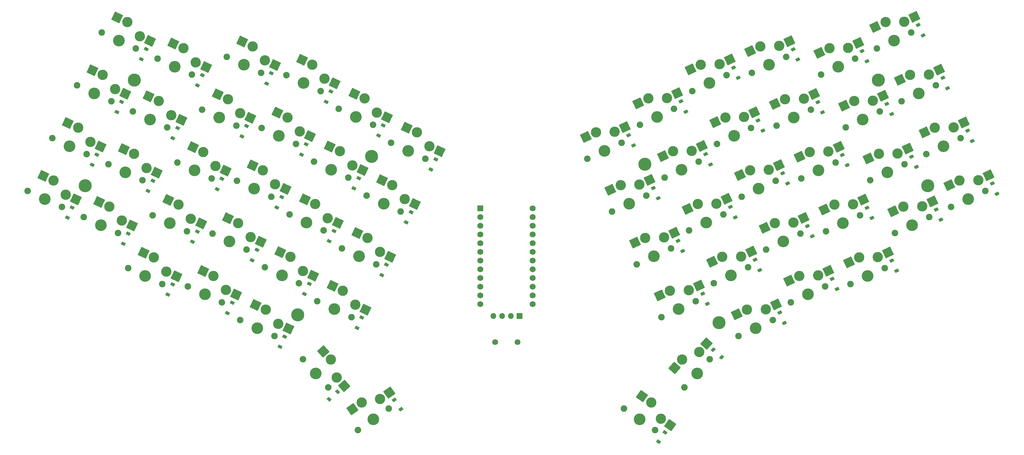
<source format=gbs>
%TF.GenerationSoftware,KiCad,Pcbnew,8.0.7*%
%TF.CreationDate,2024-12-17T03:41:54-05:00*%
%TF.ProjectId,choc,63686f63-2e6b-4696-9361-645f70636258,v1.0.0*%
%TF.SameCoordinates,Original*%
%TF.FileFunction,Soldermask,Bot*%
%TF.FilePolarity,Negative*%
%FSLAX46Y46*%
G04 Gerber Fmt 4.6, Leading zero omitted, Abs format (unit mm)*
G04 Created by KiCad (PCBNEW 8.0.7) date 2024-12-17 03:41:54*
%MOMM*%
%LPD*%
G01*
G04 APERTURE LIST*
G04 Aperture macros list*
%AMRotRect*
0 Rectangle, with rotation*
0 The origin of the aperture is its center*
0 $1 length*
0 $2 width*
0 $3 Rotation angle, in degrees counterclockwise*
0 Add horizontal line*
21,1,$1,$2,0,0,$3*%
G04 Aperture macros list end*
%ADD10C,3.800000*%
%ADD11R,1.700000X1.700000*%
%ADD12O,1.700000X1.700000*%
%ADD13R,1.752600X1.752600*%
%ADD14C,1.752600*%
%ADD15C,1.700000*%
%ADD16C,1.900000*%
%ADD17C,3.000000*%
%ADD18C,3.400000*%
%ADD19RotRect,2.600000X2.600000X25.000000*%
%ADD20RotRect,2.600000X2.600000X335.000000*%
%ADD21RotRect,0.900000X1.200000X115.000000*%
%ADD22RotRect,2.600000X2.600000X48.000000*%
%ADD23RotRect,0.900000X1.200000X65.000000*%
%ADD24RotRect,2.600000X2.600000X325.000000*%
%ADD25RotRect,0.900000X1.200000X125.000000*%
%ADD26RotRect,2.600000X2.600000X312.000000*%
%ADD27RotRect,0.900000X1.200000X55.000000*%
%ADD28RotRect,2.600000X2.600000X35.000000*%
%ADD29RotRect,0.900000X1.200000X42.000000*%
%ADD30RotRect,0.900000X1.200000X138.000000*%
G04 APERTURE END LIST*
D10*
%TO.C,H8*%
X251208949Y-122113582D03*
%TD*%
%TO.C,H7*%
X319210129Y-97576074D03*
%TD*%
%TO.C,H2*%
X102559716Y-97576077D03*
%TD*%
%TO.C,H3*%
X88190698Y-128390536D03*
%TD*%
D11*
%TO.C,OLED1*%
X214684919Y-166427996D03*
D12*
X212144922Y-166427995D03*
X209604921Y-166427997D03*
X207064921Y-166427995D03*
%TD*%
D10*
%TO.C,H1*%
X171617436Y-119847816D03*
%TD*%
D13*
%TO.C,MCU1*%
X203264915Y-135058001D03*
D14*
X203264916Y-137598002D03*
X203264915Y-140138002D03*
X203264913Y-142678002D03*
X203264916Y-145218003D03*
X203264912Y-147758003D03*
X203264915Y-150298002D03*
X203264917Y-152838001D03*
X203264915Y-155378003D03*
X203264915Y-157918002D03*
X203264913Y-160458002D03*
X203264915Y-162998003D03*
X218504915Y-135058001D03*
X218504917Y-137598002D03*
X218504915Y-140138002D03*
X218504915Y-142678001D03*
X218504913Y-145218003D03*
X218504915Y-147758002D03*
X218504918Y-150298001D03*
X218504914Y-152838001D03*
X218504917Y-155378002D03*
X218504915Y-157918002D03*
X218504914Y-160458002D03*
X218504915Y-162998003D03*
%TD*%
D10*
%TO.C,H5*%
X272762472Y-168335281D03*
%TD*%
D15*
%TO.C,RST1*%
X207634924Y-174028002D03*
X214134924Y-174027998D03*
%TD*%
D10*
%TO.C,H4*%
X150063909Y-166069519D03*
%TD*%
%TO.C,H6*%
X333579144Y-128390538D03*
%TD*%
D16*
%TO.C,S38*%
X311097342Y-157079704D03*
D17*
X313567456Y-149362773D03*
D18*
X316082035Y-154755304D03*
D17*
X319028752Y-149243558D03*
D16*
X321066728Y-152430904D03*
D19*
X310599298Y-150746847D03*
X321996914Y-147859483D03*
%TD*%
D16*
%TO.C,S2*%
X78641487Y-114558955D03*
D17*
X86140758Y-111490825D03*
D18*
X83626180Y-116883355D03*
D17*
X89742537Y-115597793D03*
D16*
X88610873Y-119207755D03*
D20*
X83172600Y-110106748D03*
X92710695Y-116981867D03*
%TD*%
D16*
%TO.C,S21*%
X147699212Y-136830697D03*
D17*
X155198483Y-133762567D03*
D18*
X152683905Y-139155097D03*
D17*
X158800262Y-137869535D03*
D16*
X157668598Y-141479497D03*
D20*
X152230325Y-132378490D03*
X161768420Y-139253609D03*
%TD*%
D16*
%TO.C,S30*%
X340343477Y-134614991D03*
D17*
X342813591Y-126898060D03*
D18*
X345328170Y-132290591D03*
D17*
X348274887Y-126778845D03*
D16*
X350312863Y-129966191D03*
D19*
X339845433Y-128282134D03*
X351243049Y-125394770D03*
%TD*%
D21*
%TO.C,D49*%
X284678770Y-153013731D03*
X283284134Y-150022911D03*
%TD*%
D16*
%TO.C,S6*%
X94955025Y-122166084D03*
D17*
X102454296Y-119097954D03*
D18*
X99939718Y-124490484D03*
D17*
X106056075Y-123204922D03*
D16*
X104924411Y-126814884D03*
D20*
X99486138Y-117713877D03*
X109024233Y-124588996D03*
%TD*%
D21*
%TO.C,D50*%
X277494259Y-137606497D03*
X276099623Y-134615677D03*
%TD*%
D16*
%TO.C,S5*%
X87770519Y-137573317D03*
D17*
X95269790Y-134505187D03*
D18*
X92755212Y-139897717D03*
D17*
X98871569Y-138612155D03*
D16*
X97739905Y-142222117D03*
D20*
X92301632Y-133121110D03*
X101839727Y-139996229D03*
%TD*%
D21*
%TO.C,D32*%
X339367477Y-99927521D03*
X337972841Y-96936701D03*
%TD*%
D16*
%TO.C,S57*%
X262749709Y-187236805D03*
D17*
X262008212Y-179168177D03*
D18*
X266429927Y-183149507D03*
D17*
X266988789Y-176924542D03*
D16*
X270110145Y-179062209D03*
D22*
X259816813Y-181601979D03*
X269180189Y-174490743D03*
%TD*%
D23*
%TO.C,D17*%
X151202485Y-119320699D03*
X152597123Y-116329883D03*
%TD*%
D16*
%TO.C,S58*%
X245138017Y-193407550D03*
D18*
X249643352Y-196562221D03*
D17*
X253056133Y-191688267D03*
X255890025Y-196358283D03*
D16*
X254148687Y-199716892D03*
D24*
X250373409Y-189809802D03*
X258572746Y-198236746D03*
%TD*%
D25*
%TO.C,D29*%
X180138159Y-193577062D03*
X178245357Y-190873860D03*
%TD*%
D16*
%TO.C,S17*%
X139626727Y-111550569D03*
D17*
X147125998Y-108482439D03*
D18*
X144611420Y-113874969D03*
D17*
X150727777Y-112589407D03*
D16*
X149596113Y-116199369D03*
D20*
X144157840Y-107098362D03*
X153695935Y-113973481D03*
%TD*%
D16*
%TO.C,S49*%
X271285755Y-156886733D03*
D17*
X273755869Y-149169802D03*
D18*
X276270448Y-154562333D03*
D17*
X279217165Y-149050587D03*
D16*
X281255141Y-152237933D03*
D19*
X270787711Y-150553876D03*
X282185327Y-147666512D03*
%TD*%
D16*
%TO.C,S45*%
X279358239Y-131606600D03*
D17*
X281828353Y-123889669D03*
D18*
X284342932Y-129282200D03*
D17*
X287289649Y-123770454D03*
D16*
X289327625Y-126957800D03*
D19*
X278860195Y-125273743D03*
X290257811Y-122386379D03*
%TD*%
D21*
%TO.C,D43*%
X307120272Y-158548062D03*
X305725636Y-155557242D03*
%TD*%
D23*
%TO.C,D11*%
X126647893Y-129386571D03*
X128042531Y-126395755D03*
%TD*%
%TO.C,D22*%
X166459483Y-129193596D03*
X167854121Y-126202780D03*
%TD*%
D16*
%TO.C,S28*%
X151659690Y-179062218D03*
D18*
X155339908Y-183149515D03*
D17*
X159761621Y-179168189D03*
X161472353Y-184355999D03*
D16*
X159020126Y-187236812D03*
D26*
X157570217Y-176734389D03*
X163663758Y-186789799D03*
%TD*%
D23*
%TO.C,D1*%
X83032734Y-137736313D03*
X84427372Y-134745497D03*
%TD*%
%TO.C,D18*%
X158386997Y-103913466D03*
X159781635Y-100922650D03*
%TD*%
D16*
%TO.C,S35*%
X316845424Y-126814885D03*
D17*
X319315538Y-119097954D03*
D18*
X321830117Y-124490485D03*
D17*
X324776834Y-118978739D03*
D16*
X326814810Y-122166085D03*
D19*
X316347380Y-120482028D03*
X327744996Y-117594664D03*
%TD*%
D23*
%TO.C,D15*%
X136833468Y-150135156D03*
X138228106Y-147144340D03*
%TD*%
%TO.C,D26*%
X181716481Y-139066492D03*
X183111119Y-136075676D03*
%TD*%
D16*
%TO.C,S40*%
X296728323Y-126265244D03*
D17*
X299198437Y-118548313D03*
D18*
X301713016Y-123940844D03*
D17*
X304659733Y-118429098D03*
D16*
X306697709Y-121616444D03*
D19*
X296230279Y-119932387D03*
X307627895Y-117045023D03*
%TD*%
D16*
%TO.C,S50*%
X264101242Y-141479503D03*
D17*
X266571356Y-133762572D03*
D18*
X269085935Y-139155103D03*
D17*
X272032652Y-133643357D03*
D16*
X274070628Y-136830703D03*
D19*
X263603198Y-135146646D03*
X275000814Y-132259282D03*
%TD*%
D21*
%TO.C,D42*%
X295752319Y-91577772D03*
X294357683Y-88586952D03*
%TD*%
D16*
%TO.C,S44*%
X286542748Y-147013834D03*
D17*
X289012862Y-139296903D03*
D18*
X291527441Y-144689434D03*
D17*
X294474158Y-139177688D03*
D16*
X296512134Y-142365034D03*
D19*
X286044704Y-140680977D03*
X297442320Y-137793613D03*
%TD*%
D23*
%TO.C,D27*%
X188900990Y-123659263D03*
X190295628Y-120668447D03*
%TD*%
D16*
%TO.C,S18*%
X146811235Y-96143337D03*
D17*
X154310506Y-93075207D03*
D18*
X151795928Y-98467737D03*
D17*
X157912285Y-97182175D03*
D16*
X156780621Y-100792137D03*
D20*
X151342348Y-91691130D03*
X160880443Y-98566249D03*
%TD*%
D23*
%TO.C,D6*%
X106530788Y-129936215D03*
X107925426Y-126945399D03*
%TD*%
%TO.C,D16*%
X144017983Y-134727931D03*
X145412621Y-131737115D03*
%TD*%
D16*
%TO.C,S8*%
X109324049Y-91351616D03*
D17*
X116823320Y-88283486D03*
D18*
X114308742Y-93676016D03*
D17*
X120425099Y-92390454D03*
D16*
X119293435Y-96000416D03*
D20*
X113855162Y-86899409D03*
X123393257Y-93774528D03*
%TD*%
D21*
%TO.C,D56*%
X247868247Y-116664936D03*
X246473611Y-113674116D03*
%TD*%
D23*
%TO.C,D3*%
X97401758Y-106921850D03*
X98796396Y-103931034D03*
%TD*%
D21*
%TO.C,D53*%
X269421775Y-162886633D03*
X268027139Y-159895813D03*
%TD*%
D16*
%TO.C,S23*%
X162068230Y-106016235D03*
D17*
X169567501Y-102948105D03*
D18*
X167052923Y-108340635D03*
D17*
X173169280Y-107055073D03*
D16*
X172037616Y-110665035D03*
D20*
X166599343Y-101564028D03*
X176137438Y-108439147D03*
%TD*%
D16*
%TO.C,S56*%
X234475227Y-120537934D03*
D17*
X236945341Y-112821003D03*
D18*
X239459920Y-118213534D03*
D17*
X242406637Y-112701788D03*
D16*
X244444613Y-115889134D03*
D19*
X233977183Y-114205077D03*
X245374799Y-111317713D03*
%TD*%
D23*
%TO.C,D4*%
X104586268Y-91514622D03*
X105980906Y-88523806D03*
%TD*%
D21*
%TO.C,D30*%
X353736493Y-130741984D03*
X352341857Y-127751164D03*
%TD*%
D23*
%TO.C,D25*%
X174531967Y-154473730D03*
X175926605Y-151482914D03*
%TD*%
D21*
%TO.C,D40*%
X310121343Y-122392238D03*
X308726707Y-119401418D03*
%TD*%
D16*
%TO.C,S41*%
X289543815Y-110858008D03*
D17*
X292013929Y-103141077D03*
D18*
X294528508Y-108533608D03*
D17*
X297475225Y-103021862D03*
D16*
X299513201Y-106209208D03*
D19*
X289045771Y-104525151D03*
X300443387Y-101637787D03*
%TD*%
D16*
%TO.C,S4*%
X93010505Y-83744487D03*
D17*
X100509776Y-80676357D03*
D18*
X97995198Y-86068887D03*
D17*
X104111555Y-84783325D03*
D16*
X102979891Y-88393287D03*
D20*
X97541618Y-79292280D03*
X107079713Y-86167399D03*
%TD*%
D16*
%TO.C,S51*%
X256916728Y-126072273D03*
D17*
X259386842Y-118355342D03*
D18*
X261901421Y-123747873D03*
D17*
X264848138Y-118236127D03*
D16*
X266886114Y-121423473D03*
D19*
X256418684Y-119739416D03*
X267816300Y-116852052D03*
%TD*%
D23*
%TO.C,D8*%
X120899809Y-99121755D03*
X122294447Y-96130939D03*
%TD*%
%TO.C,D14*%
X129648961Y-165542395D03*
X131043599Y-162551579D03*
%TD*%
D21*
%TO.C,D31*%
X346551989Y-115334753D03*
X345157353Y-112343933D03*
%TD*%
%TO.C,D51*%
X270309751Y-122199263D03*
X268915115Y-119208443D03*
%TD*%
D16*
%TO.C,S22*%
X154883721Y-121423467D03*
D17*
X162382992Y-118355337D03*
D18*
X159868414Y-123747867D03*
D17*
X165984771Y-122462305D03*
D16*
X164853107Y-126072267D03*
D20*
X159414834Y-116971260D03*
X168952929Y-123846379D03*
%TD*%
D21*
%TO.C,D36*%
X323053935Y-107534653D03*
X321659299Y-104543833D03*
%TD*%
D16*
%TO.C,S19*%
X133330185Y-167645166D03*
D17*
X140829456Y-164577036D03*
D18*
X138314878Y-169969566D03*
D17*
X144431235Y-168684004D03*
D16*
X143299571Y-172293966D03*
D20*
X137861298Y-163192959D03*
X147399393Y-170068078D03*
%TD*%
D21*
%TO.C,D54*%
X262237265Y-147479397D03*
X260842629Y-144488577D03*
%TD*%
D16*
%TO.C,S16*%
X132442217Y-126957805D03*
D17*
X139941488Y-123889675D03*
D18*
X137426910Y-129282205D03*
D17*
X143543267Y-127996643D03*
D16*
X142411603Y-131606605D03*
D20*
X136973330Y-122505598D03*
X146511425Y-129380717D03*
%TD*%
D23*
%TO.C,D24*%
X167347457Y-169880956D03*
X168742095Y-166890140D03*
%TD*%
D16*
%TO.C,S9*%
X100703114Y-152430912D03*
D17*
X108202385Y-149362782D03*
D18*
X105687807Y-154755312D03*
D17*
X111804164Y-153469750D03*
D16*
X110672500Y-157079712D03*
D20*
X105234227Y-147978705D03*
X114772322Y-154853824D03*
%TD*%
D27*
%TO.C,D58*%
X255188650Y-203069746D03*
X257081452Y-200366542D03*
%TD*%
D23*
%TO.C,D19*%
X144905953Y-175415289D03*
X146300591Y-172424473D03*
%TD*%
D16*
%TO.C,S26*%
X170140712Y-131296365D03*
D17*
X177639983Y-128228235D03*
D18*
X175125405Y-133620765D03*
D17*
X181241762Y-132335203D03*
D16*
X180110098Y-135945165D03*
D20*
X174671825Y-126844158D03*
X184209920Y-133719277D03*
%TD*%
D16*
%TO.C,S29*%
X167621150Y-199716896D03*
D17*
X168713703Y-191688271D03*
D18*
X172126485Y-196562225D03*
D17*
X174071334Y-190622524D03*
D16*
X176631820Y-193407554D03*
D28*
X166030982Y-193566733D03*
X176754057Y-188744060D03*
%TD*%
D16*
%TO.C,S39*%
X303912835Y-141672473D03*
D17*
X306382949Y-133955542D03*
D18*
X308897528Y-139348073D03*
D17*
X311844245Y-133836327D03*
D16*
X313882221Y-137023673D03*
D19*
X303414791Y-135339616D03*
X314812407Y-132452252D03*
%TD*%
D23*
%TO.C,D12*%
X133832403Y-113979340D03*
X135227041Y-110988524D03*
%TD*%
D21*
%TO.C,D46*%
X285566741Y-112326368D03*
X284172105Y-109335548D03*
%TD*%
D23*
%TO.C,D23*%
X173643989Y-113786364D03*
X175038627Y-110795548D03*
%TD*%
D16*
%TO.C,S34*%
X324029938Y-142222112D03*
D17*
X326500052Y-134505181D03*
D18*
X329014631Y-139897712D03*
D17*
X331961348Y-134385966D03*
D16*
X333999324Y-137573312D03*
D19*
X323531894Y-135889255D03*
X334929510Y-133001891D03*
%TD*%
D16*
%TO.C,S25*%
X162956207Y-146703601D03*
D17*
X170455478Y-143635471D03*
D18*
X167940900Y-149028001D03*
D17*
X174057257Y-147742439D03*
D16*
X172925593Y-151352401D03*
D20*
X167487320Y-142251394D03*
X177025415Y-149126513D03*
%TD*%
D16*
%TO.C,S42*%
X282359299Y-95450780D03*
D17*
X284829413Y-87733849D03*
D18*
X287343992Y-93126380D03*
D17*
X290290709Y-87614634D03*
D16*
X292328685Y-90801980D03*
D19*
X281861255Y-89117923D03*
X293258871Y-86230559D03*
%TD*%
D23*
%TO.C,D10*%
X119463381Y-144793812D03*
X120858019Y-141802996D03*
%TD*%
D16*
%TO.C,S52*%
X249732220Y-110665040D03*
D17*
X252202334Y-102948109D03*
D18*
X254716913Y-108340640D03*
D17*
X257663630Y-102828894D03*
D16*
X259701606Y-106016240D03*
D19*
X249234176Y-104332183D03*
X260631792Y-101444819D03*
%TD*%
D16*
%TO.C,S32*%
X325974455Y-103800527D03*
D17*
X328444569Y-96083596D03*
D18*
X330959148Y-101476127D03*
D17*
X333905865Y-95964381D03*
D16*
X335943841Y-99151727D03*
D19*
X325476411Y-97467670D03*
X336874027Y-94580306D03*
%TD*%
D16*
%TO.C,S24*%
X155771692Y-162110834D03*
D17*
X163270963Y-159042704D03*
D18*
X160756385Y-164435234D03*
D17*
X166872742Y-163149672D03*
D16*
X165741078Y-166759634D03*
D20*
X160302805Y-157658627D03*
X169840900Y-164533746D03*
%TD*%
D29*
%TO.C,D28*%
X159279200Y-190737670D03*
X161731576Y-188529536D03*
%TD*%
D21*
%TO.C,D41*%
X302936833Y-106985007D03*
X301542197Y-103994187D03*
%TD*%
%TO.C,D39*%
X317305849Y-137799469D03*
X315911213Y-134808649D03*
%TD*%
D16*
%TO.C,S47*%
X264989214Y-100792133D03*
D17*
X267459328Y-93075202D03*
D18*
X269973907Y-98467733D03*
D17*
X272920624Y-92955987D03*
D16*
X274958600Y-96143333D03*
D19*
X264491170Y-94459276D03*
X275888786Y-91571912D03*
%TD*%
D16*
%TO.C,S53*%
X256028764Y-166759626D03*
D17*
X258498878Y-159042695D03*
D18*
X261013457Y-164435226D03*
D17*
X263960174Y-158923480D03*
D16*
X265998150Y-162110826D03*
D19*
X255530720Y-160426769D03*
X266928336Y-157539405D03*
%TD*%
D16*
%TO.C,S12*%
X122256645Y-106209210D03*
D17*
X129755916Y-103141080D03*
D18*
X127241338Y-108533610D03*
D17*
X133357695Y-107248048D03*
D16*
X132226031Y-110858010D03*
D20*
X126787758Y-101757003D03*
X136325853Y-108632122D03*
%TD*%
D21*
%TO.C,D45*%
X292751251Y-127733601D03*
X291356615Y-124742781D03*
%TD*%
%TO.C,D33*%
X332182965Y-84520292D03*
X330788329Y-81529472D03*
%TD*%
D16*
%TO.C,S11*%
X115072130Y-121616442D03*
D17*
X122571401Y-118548312D03*
D18*
X120056823Y-123940842D03*
D17*
X126173180Y-122655280D03*
D16*
X125041516Y-126265242D03*
D20*
X119603243Y-117164235D03*
X129141338Y-124039354D03*
%TD*%
D16*
%TO.C,S37*%
X302476402Y-96000423D03*
D17*
X304946516Y-88283492D03*
D18*
X307461095Y-93676023D03*
D17*
X310407812Y-88164277D03*
D16*
X312445788Y-91351623D03*
D19*
X301978358Y-89667566D03*
X313375974Y-86780202D03*
%TD*%
D16*
%TO.C,S3*%
X85825995Y-99151727D03*
D17*
X93325266Y-96083597D03*
D18*
X90810688Y-101476127D03*
D17*
X96927045Y-100190565D03*
D16*
X95795381Y-103800527D03*
D20*
X90357108Y-94699520D03*
X99895203Y-101574639D03*
%TD*%
D16*
%TO.C,S15*%
X125257703Y-142365030D03*
D17*
X132756974Y-139296900D03*
D18*
X130242396Y-144689430D03*
D17*
X136358753Y-143403868D03*
D16*
X135227089Y-147013830D03*
D20*
X129788816Y-137912823D03*
X139326911Y-144787942D03*
%TD*%
D16*
%TO.C,S43*%
X293727252Y-162421068D03*
D17*
X296197366Y-154704137D03*
D18*
X298711945Y-160096668D03*
D17*
X301658662Y-154584922D03*
D16*
X303696638Y-157772268D03*
D19*
X293229208Y-156088211D03*
X304626824Y-153200847D03*
%TD*%
D21*
%TO.C,D48*%
X291863277Y-168420963D03*
X290468641Y-165430143D03*
%TD*%
D16*
%TO.C,S1*%
X71456980Y-129966190D03*
D17*
X78956251Y-126898060D03*
D18*
X76441673Y-132290590D03*
D17*
X82558030Y-131005028D03*
D16*
X81426366Y-134614990D03*
D20*
X75988093Y-125513983D03*
X85526188Y-132389102D03*
%TD*%
D21*
%TO.C,D34*%
X337422955Y-138349114D03*
X336028319Y-135358294D03*
%TD*%
%TO.C,D47*%
X278382234Y-96919135D03*
X276987598Y-93928315D03*
%TD*%
D16*
%TO.C,S14*%
X118073193Y-157772274D03*
D17*
X125572464Y-154704144D03*
D18*
X123057886Y-160096674D03*
D17*
X129174243Y-158811112D03*
D16*
X128042579Y-162421074D03*
D20*
X122604306Y-153320067D03*
X132142401Y-160195186D03*
%TD*%
D23*
%TO.C,D9*%
X112278875Y-160201031D03*
X113673513Y-157210215D03*
%TD*%
%TO.C,D20*%
X152090463Y-160008064D03*
X153485101Y-157017248D03*
%TD*%
D16*
%TO.C,S55*%
X241659736Y-135945163D03*
D17*
X244129850Y-128228232D03*
D18*
X246644429Y-133620763D03*
D17*
X249591146Y-128109017D03*
D16*
X251629122Y-131296363D03*
D19*
X241161692Y-129612306D03*
X252559308Y-126724942D03*
%TD*%
D23*
%TO.C,D5*%
X99346277Y-145343445D03*
X100740915Y-142352629D03*
%TD*%
D16*
%TO.C,S27*%
X177325226Y-115889141D03*
D17*
X184824497Y-112821011D03*
D18*
X182309919Y-118213541D03*
D17*
X188426276Y-116927979D03*
D16*
X187294612Y-120537941D03*
D20*
X181856339Y-111436934D03*
X191394434Y-118312053D03*
%TD*%
D16*
%TO.C,S36*%
X309660917Y-111407645D03*
D17*
X312131031Y-103690714D03*
D18*
X314645610Y-109083245D03*
D17*
X317592327Y-103571499D03*
D16*
X319630303Y-106758845D03*
D19*
X309162873Y-105074788D03*
X320560489Y-102187424D03*
%TD*%
D16*
%TO.C,S54*%
X248844249Y-151352399D03*
D17*
X251314363Y-143635468D03*
D18*
X253828942Y-149027999D03*
D17*
X256775659Y-143516253D03*
D16*
X258813635Y-146703599D03*
D19*
X248346205Y-145019542D03*
X259743821Y-142132178D03*
%TD*%
D16*
%TO.C,S46*%
X272173726Y-116199367D03*
D17*
X274643840Y-108482436D03*
D18*
X277158419Y-113874967D03*
D17*
X280105136Y-108363221D03*
D16*
X282143112Y-111550567D03*
D19*
X271675682Y-109866510D03*
X283073298Y-106979146D03*
%TD*%
D16*
%TO.C,S33*%
X318789951Y-88393294D03*
D17*
X321260065Y-80676363D03*
D18*
X323774644Y-86068894D03*
D17*
X326721361Y-80557148D03*
D16*
X328759337Y-83744494D03*
D19*
X318291907Y-82060437D03*
X329689523Y-79173073D03*
%TD*%
D16*
%TO.C,S20*%
X140514706Y-152237935D03*
D17*
X148013977Y-149169805D03*
D18*
X145499399Y-154562335D03*
D17*
X151615756Y-153276773D03*
D16*
X150484092Y-156886735D03*
D20*
X145045819Y-147785728D03*
X154583914Y-154660847D03*
%TD*%
D23*
%TO.C,D2*%
X90217252Y-122329088D03*
X91611890Y-119338272D03*
%TD*%
D21*
%TO.C,D52*%
X263125239Y-106792039D03*
X261730603Y-103801219D03*
%TD*%
%TO.C,D38*%
X324490358Y-153206705D03*
X323095722Y-150215885D03*
%TD*%
D16*
%TO.C,S7*%
X102139541Y-106758854D03*
D17*
X109638812Y-103690724D03*
D18*
X107124234Y-109083254D03*
D17*
X113240591Y-107797692D03*
D16*
X112108927Y-111407654D03*
D20*
X106670654Y-102306647D03*
X116208749Y-109181766D03*
%TD*%
D23*
%TO.C,D13*%
X141016914Y-98572110D03*
X142411552Y-95581294D03*
%TD*%
D16*
%TO.C,S10*%
X107887620Y-137023680D03*
D17*
X115386891Y-133955550D03*
D18*
X112872313Y-139348080D03*
D17*
X118988670Y-138062518D03*
D16*
X117857006Y-141672480D03*
D20*
X112418733Y-132571473D03*
X121956828Y-139446592D03*
%TD*%
D21*
%TO.C,D44*%
X299935763Y-143140838D03*
X298541127Y-140150018D03*
%TD*%
D30*
%TO.C,D57*%
X273564745Y-178438621D03*
X271112369Y-176230487D03*
%TD*%
D21*
%TO.C,D55*%
X255052757Y-132072165D03*
X253658121Y-129081345D03*
%TD*%
D16*
%TO.C,S31*%
X333158965Y-119207758D03*
D17*
X335629079Y-111490827D03*
D18*
X338143658Y-116883358D03*
D17*
X341090375Y-111371612D03*
D16*
X343128351Y-114558958D03*
D19*
X332660921Y-112874901D03*
X344058537Y-109987537D03*
%TD*%
D16*
%TO.C,S48*%
X278470263Y-172293965D03*
D17*
X280940377Y-164577034D03*
D18*
X283454956Y-169969565D03*
D17*
X286401673Y-164457819D03*
D16*
X288439649Y-167645165D03*
D19*
X277972219Y-165961108D03*
X289369835Y-163073744D03*
%TD*%
D23*
%TO.C,D7*%
X113715297Y-114528983D03*
X115109935Y-111538167D03*
%TD*%
D21*
%TO.C,D37*%
X315869428Y-92127415D03*
X314474792Y-89136595D03*
%TD*%
D23*
%TO.C,D21*%
X159274977Y-144600832D03*
X160669615Y-141610016D03*
%TD*%
D21*
%TO.C,D35*%
X330238442Y-122941878D03*
X328843806Y-119951058D03*
%TD*%
D16*
%TO.C,S13*%
X129441150Y-90801974D03*
D17*
X136940421Y-87733844D03*
D18*
X134425843Y-93126374D03*
D17*
X140542200Y-91840812D03*
D16*
X139410536Y-95450774D03*
D20*
X133972263Y-86349767D03*
X143510358Y-93224886D03*
%TD*%
M02*

</source>
